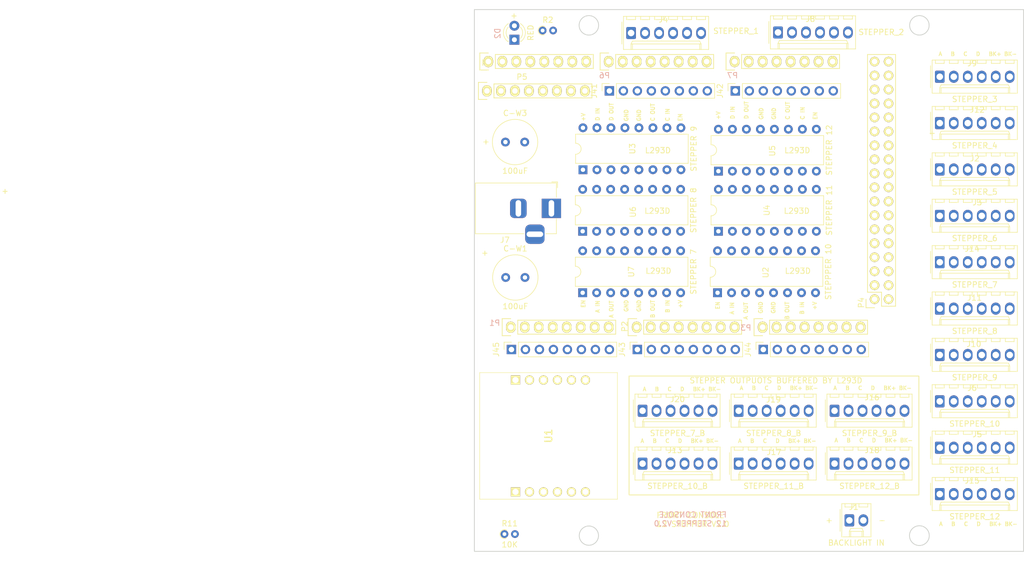
<source format=kicad_pcb>
(kicad_pcb (version 20221018) (generator pcbnew)
  (title_block (date "mar. 31 mars 2015"))
  (layers (0 "F.Cu" signal) (31 "B.Cu" signal) (34 "B.Paste" user) (35 "F.Paste" user) (36 "B.SilkS" user "B.Silkscreen") (37 "F.SilkS" user "F.Silkscreen") (38 "B.Mask" user) (39 "F.Mask" user) (44 "Edge.Cuts" user))
  (net 0 "")
  (net 1 "Net-(D2-A)")
  (net 2 "GND")
  (net 3 "STEP_V+")
  (net 4 "+5VL")
  (net 5 "/STEPPER_4_C")
  (net 6 "/STEPPER_4_A")
  (net 8 "/*7")
  (net 9 "/IOREF")
  (net 10 "/Reset")
  (net 11 "+3V3")
  (net 12 "/*11")
  (net 13 "/*12")
  (net 14 "/*13")
  (net 15 "/*3")
  (net 16 "/*4")
  (net 17 "/*5")
  (net 18 "/*6")
  (net 19 "/A0")
  (net 20 "/RX0{slash}0")
  (net 21 "/*2")
  (net 22 "/RX2{slash}17")
  (net 23 "/RX3{slash}15")
  (net 24 "/SCL{slash}21")
  (net 25 "/SDA{slash}20")
  (net 26 "/RX1{slash}19")
  (net 27 "SCLK")
  (net 28 "ES1_RST")
  (net 29 "Net-(P4-Pin_35)")
  (net 30 "/A1")
  (net 31 "MISO")
  (net 32 "MOSI")
  (net 33 "/A2")
  (net 34 "/A3")
  (net 35 "Net-(U1-INT)")
  (net 37 "/STEPPER_5_A")
  (net 38 "BACKLIGHT_LED+")
  (net 39 "BACKLIGHT_LED-")
  (net 40 "STPPER_6_D")
  (net 41 "STPPER_6_C")
  (net 42 "/AREF")
  (net 43 "/*9")
  (net 44 "/*8")
  (net 45 "/A4")
  (net 46 "/A5")
  (net 47 "SS")
  (net 48 "/A6")
  (net 49 "/A7")
  (net 50 "/A8")
  (net 51 "/A9")
  (net 52 "/A10")
  (net 53 "/A11")
  (net 54 "/A12")
  (net 55 "/A13")
  (net 56 "STPPER_6_B")
  (net 57 "STPPER_6_A")
  (net 58 "STPPER_11_A")
  (net 59 "STPPER_11_B")
  (net 60 "STPPER_11_C")
  (net 61 "STPPER_11_D")
  (net 62 "STPPER_10_A")
  (net 63 "STPPER_10_B")
  (net 64 "STPPER_10_C")
  (net 65 "STPPER_10_D")
  (net 66 "STPPER_9_A")
  (net 67 "STPPER_9_B")
  (net 68 "STPPER_9_C")
  (net 69 "STPPER_9_D")
  (net 70 "STPPER_8_D")
  (net 71 "STPPER_8_C")
  (net 72 "STPPER_8_B")
  (net 73 "STPPER_8_A")
  (net 74 "STPPER_7_D")
  (net 75 "STPPER_7_C")
  (net 76 "STPPER_7_B")
  (net 77 "STPPER_7_A")
  (net 78 "STPPER_12_A")
  (net 79 "STPPER_12_B")
  (net 80 "STPPER_12_D")
  (net 81 "STPPER_12_C")
  (net 82 "/A14")
  (net 83 "/A15")
  (net 85 "VCC")
  (net 86 "Net-(J13-Pin_1)")
  (net 87 "Net-(J13-Pin_2)")
  (net 88 "Net-(J13-Pin_3)")
  (net 89 "Net-(J13-Pin_4)")
  (net 90 "Net-(J16-Pin_1)")
  (net 91 "Net-(J16-Pin_2)")
  (net 92 "Net-(J16-Pin_3)")
  (net 93 "Net-(J16-Pin_4)")
  (net 94 "Net-(J17-Pin_1)")
  (net 95 "Net-(J17-Pin_2)")
  (net 96 "Net-(J17-Pin_3)")
  (net 97 "Net-(J17-Pin_4)")
  (net 98 "Net-(J18-Pin_1)")
  (net 99 "Net-(J18-Pin_2)")
  (net 100 "Net-(J18-Pin_3)")
  (net 101 "Net-(J18-Pin_4)")
  (net 102 "Net-(J19-Pin_1)")
  (net 103 "Net-(J19-Pin_2)")
  (net 104 "Net-(J19-Pin_3)")
  (net 105 "Net-(J19-Pin_4)")
  (net 106 "Net-(J20-Pin_1)")
  (net 107 "Net-(J20-Pin_2)")
  (net 108 "Net-(J20-Pin_3)")
  (net 109 "Net-(J20-Pin_4)")
  (net 110 "/TX0{slash}1")
  (footprint "Socket_Arduino_Mega:Socket_Strip_Arduino_2x18" (layer "F.Cu") (at 197.358 114.046 90)
    (fp_text reference "P4" (at -0.635 -2.413 90) (layer "F.SilkS"))
    (fp_text value "Digital" hide)
    (pad "1" thru_hole circle locked (at 0 0 90) (size 1.7272 1.7272) (drill 1.016) (layers "*.Cu" "*.Mask" "F.SilkS") (net 2 "GND"))
    (pad "2" thru_hole oval locked (at 0 2.54 90) (size 1.7272 1.7272) (drill 1.016) (layers "*.Cu" "*.Mask" "F.SilkS") (net 2 "GND"))
    (pad "3" thru_hole oval locked (at 2.54 0 90) (size 1.7272 1.7272) (drill 1.016) (layers "*.Cu" "*.Mask" "F.SilkS") (net 27 "SCLK"))
    (pad "4" thru_hole oval locked (at 2.54 2.54 90) (size 1.7272 1.7272) (drill 1.016) (layers "*.Cu" "*.Mask" "F.SilkS") (net 28 "ES1_RST"))
    (pad "5" thru_hole oval locked (at 5.08 0 90) (size 1.7272 1.7272) (drill 1.016) (layers "*.Cu" "*.Mask" "F.SilkS") (net 31 "MISO"))
    (pad "6" thru_hole oval locked (at 5.08 2.54 90) (size 1.7272 1.7272) (drill 1.016) (layers "*.Cu" "*.Mask" "F.SilkS") (net 32 "MOSI"))
    (pad "7" thru_hole oval locked (at 7.62 0 90) (size 1.7272 1.7272) (drill 1.016) (layers "*.Cu" "*.Mask" "F.SilkS") (net 80 "STPPER_12_D"))
    (pad "8" thru_hole oval locked (at 7.62 2.54 90) (size 1.7272 1.7272) (drill 1.016) (layers "*.Cu" "*.Mask" "F.SilkS") (net 79 "STPPER_12_B"))
    (pad "9" thru_hole oval locked (at 10.16 0 90) (size 1.7272 1.7272) (drill 1.016) (layers "*.Cu" "*.Mask" "F.SilkS") (net 81 "STPPER_12_C"))
    (pad "10" thru_hole oval locked (at 10.16 2.54 90) (size 1.7272 1.7272) (drill 1.016) (layers "*.Cu" "*.Mask" "F.SilkS") (net 78 "STPPER_12_A"))
    (pad "11" thru_hole oval locked (at 12.7 0 90) (size 1.7272 1.7272) (drill 1.016) (layers "*.Cu" "*.Mask" "F.SilkS") (net 70 "STPPER_8_D"))
    (pad "12" thru_hole oval locked (at 12.7 2.54 90) (size 1.7272 1.7272) (drill 1.016) (layers "*.Cu" "*.Mask" "F.SilkS") (net 61 "STPPER_11_D"))
    (pad "13" thru_hole oval locked (at 15.24 0 90) (size 1.7272 1.7272) (drill 1.016) (layers "*.Cu" "*.Mask" "F.SilkS") (net 71 "STPPER_8_C"))
    (pad "14" thru_hole oval locked (at 15.24 2.54 90) (size 1.7272 1.7272) (drill 1.016) (layers "*.Cu" "*.Mask" "F.SilkS") (net 60 "STPPER_11_C"))
    (pad "15" thru_hole oval locked (at 17.78 0 90) (size 1.7272 1.7272) (drill 1.016) (layers "*.Cu" "*.Mask" "F.SilkS") (net 72 "STPPER_8_B"))
    (pad "16" thru_hole oval locked (at 17.78 2.54 90) (size 1.7272 1.7272) (drill 1.016) (layers "*.Cu" "*.Mask" "F.SilkS") (net 59 "STPPER_11_B"))
    (pad "17" thru_hole oval locked (at 20.32 0 90) (size 1.7272 1.7272) (drill 1.016) (layers "*.Cu" "*.Mask" "F.SilkS") (net 73 "STPPER_8_A"))
    (pad "18" thru_hole oval locked (at 20.32 2.54 90) (size 1.7272 1.7272) (drill 1.016) (layers "*.Cu" "*.Mask" "F.SilkS") (net 58 "STPPER_11_A"))
    (pad "19" thru_hole oval locked (at 22.86 0 90) (size 1.7272 1.7272) (drill 1.016) (layers "*.Cu" "*.Mask" "F.SilkS") (net 74 "STPPER_7_D"))
    (pad "20" thru_hole oval locked (at 22.86 2.54 90) (size 1.7272 1.7272) (drill 1.016) (layers "*.Cu" "*.Mask" "F.SilkS") (net 65 "STPPER_10_D"))
    (pad "21" thru_hole oval locked (at 25.4 0 90) (size 1.7272 1.7272) (drill 1.016) (layers "*.Cu" "*.Mask" "F.SilkS") (net 75 "STPPER_7_C"))
    (pad "22" thru_hole oval locked (at 25.4 2.54 90) (size 1.7272 1.7272) (drill 1.016) (layers "*.Cu" "*.Mask" "F.SilkS") (net 64 "STPPER_10_C"))
    (pad "23" thru_hole oval locked (at 27.94 0 90) (size 1.7272 1.7272) (drill 1.016) (layers "*.Cu" "*.Mask" "F.SilkS") (net 76 "STPPER_7_B"))
    (pad "24" thru_hole oval locked (at 27.94 2.54 90) (size 1.7272 1.7272) (drill 1.016) (layers "*.Cu" "*.Mask" "F.SilkS") (net 63 "STPPER_10_B"))
    (pad "25" thru_hole oval locked (at 30.48 0 90) (size 1.7272 1.7272) (drill 1.016) (layers "*.Cu" "*.Mask" "F.SilkS") (net 77 "STPPER_7_A"))
    (pad "26" thru_hole oval locked (at 30.48 2.54 90) (size 1.7272 1.7272) (drill 1.016) (layers "*.Cu" "*.Mask" "F.SilkS") (net 62 "STPPER_10_A"))
    (pad "27" thru_hole oval locked (at 33.02 0 90) (size 1.7272 1.7272) (drill 1.016) (layers "*.Cu" "*.Mask" "F.SilkS") (net 40 "STPPER_6_D"))
    (pad "28" thru_hole oval locked (at 33.02 2.54 90) (size 1.7272 1.7272) (drill 1.016) (layers "*.Cu" "*.Mask" "F.SilkS") (net 69 "STPPER_9_D"))
    (pad "29" thru_hole oval locked (at 35.56 0 90) (size 1.7272 1.7272) (drill 1.016) (layers "*.Cu" "*.Mask" "F.SilkS") (net 41 "STPPER_6_C"))
    (pad "30" thru_hole oval locked (at 35.56 2.54 90) (size 1.7272 1.7272) (drill 1.016) (layers "*.Cu" "*.Mask" "F.SilkS") (net 68 "STPPER_9_C"))
    (pad "31" thru_hole oval locked (at 38.1 0 90) (size 1.7272 1.7272) (drill 1.016) (layers "*.Cu" "*.Mask" "F.SilkS") (net 56 "STPPER_6_B"))
    (pad "32" thru_hole oval locked (at 38.1 2.54 90) (size 1.7272 1.7272) (drill 1.016) (layers "*.Cu" "*.Mask" "F.SilkS") (net 67 "STPPER_9_B"))
    (pad "33" thru_hole oval locked (at 40.64 0 90) (size 1.7272 1.7272) (drill 1.016) (layers "*.Cu" "*.Mask" "F.SilkS") (net 57 "STPPER_6_A"))
    (pad "34" thru_hole oval locked (at 40.64 2.54 90) (size 1.7272 1.7272) (drill 1.016) (layers "*.Cu" "*.Mask" "F.SilkS") (net 66 "STPPER_9_A"))
    (pad "35" thru_hole oval locked (at 43.18 0 90) (size 1.7272 1.7272) (drill 1.016) (layers "*.Cu" "*.Mask" "F.SilkS") (net 29 "Net-(P4-Pin_35)"))
    (pad "36" thru_hole oval locked (at 43.18 2.54 90) (size 1.7272 1.7272) (drill 1.016) (layers "*.Cu" "*.Mask" "F.SilkS") (net 29 "Net-(P4-Pin_35)"))
  )
  (footprint "Socket_Arduino_Mega:Socket_Strip_Arduino_1x08" (layer "F.Cu") (at 131.318 119.126)
    (fp_text reference "P1" (at -2.921 -0.762) (layer "B.SilkS") (effects (justify mirror)))
    (fp_text value "Power")
    (pad "1" thru_hole oval locked (at 0 0) (size 1.7272 2.032) (drill 1.016) (layers "*.Cu" "*.Mask" "F.SilkS"))
    (pad "2" thru_hole oval locked (at 2.54 0) (size 1.7272 2.032) (drill 1.016) (layers "*.Cu" "*.Mask" "F.SilkS") (net 9 "/IOREF"))
    (pad "3" thru_hole oval locked (at 5.08 0) (size 1.7272 2.032) (drill 1.016) (layers "*.Cu" "*.Mask" "F.SilkS") (net 10 "/Reset"))
    (pad "4" thru_hole oval locked (at 7.62 0) (size 1.7272 2.032) (drill 1.016) (layers "*.Cu" "*.Mask" "F.SilkS") (net 11 "+3V3"))
    (pad "5" thru_hole oval locked (at 10.16 0) (size 1.7272 2.032) (drill 1.016) (layers "*.Cu" "*.Mask" "F.SilkS") (net 4 "+5VL"))
    (pad "6" thru_hole oval locked (at 12.7 0) (size 1.7272 2.032) (drill 1.016) (layers "*.Cu" "*.Mask" "F.SilkS") (net 2 "GND"))
    (pad "7" thru_hole oval locked (at 15.24 0) (size 1.7272 2.032) (drill 1.016) (layers "*.Cu" "*.Mask" "F.SilkS") (net 2 "GND"))
    (pad "8" thru_hole oval locked (at 17.78 0) (size 1.7272 2.032) (drill 1.016) (layers "*.Cu" "*.Mask" "F.SilkS") (net 85 "VCC"))
  )
  (footprint "Socket_Arduino_Mega:Socket_Strip_Arduino_1x08" (layer "F.Cu") (at 177.038 119.126)
    (fp_text reference "P3" (at -3.048 0.127) (layer "B.SilkS") (effects (justify mirror)))
    (fp_text value "Analog")
    (pad "1" thru_hole oval locked (at 0 0) (size 1.7272 2.032) (drill 1.016) (layers "*.Cu" "*.Mask" "F.SilkS") (net 50 "/A8"))
    (pad "2" thru_hole oval locked (at 2.54 0) (size 1.7272 2.032) (drill 1.016) (layers "*.Cu" "*.Mask" "F.SilkS") (net 51 "/A9"))
    (pad "3" thru_hole oval locked (at 5.08 0) (size 1.7272 2.032) (drill 1.016) (layers "*.Cu" "*.Mask" "F.SilkS") (net 52 "/A10"))
    (pad "4" thru_hole oval locked (at 7.62 0) (size 1.7272 2.032) (drill 1.016) (layers "*.Cu" "*.Mask" "F.SilkS") (net 53 "/A11"))
    (pad "5" thru_hole oval locked (at 10.16 0) (size 1.7272 2.032) (drill 1.016) (layers "*.Cu" "*.Mask" "F.SilkS") (net 54 "/A12"))
    (pad "6" thru_hole oval locked (at 12.7 0) (size 1.7272 2.032) (drill 1.016) (layers "*.Cu" "*.Mask" "F.SilkS") (net 55 "/A13"))
    (pad "7" thru_hole oval locked (at 15.24 0) (size 1.7272 2.032) (drill 1.016) (layers "*.Cu" "*.Mask" "F.SilkS") (net 82 "/A14"))
    (pad "8" thru_hole oval locked (at 17.78 0) (size 1.7272 2.032) (drill 1.016) (layers "*.Cu" "*.Mask" "F.SilkS") (net 83 "/A15"))
  )
  (footprint "Socket_Arduino_Mega:Socket_Strip_Arduino_1x08" (layer "F.Cu") (at 127.254 70.866)
    (fp_text reference "P5" (at 6.096 2.794) (layer "F.SilkS"))
    (fp_text value "PWM")
    (pad "1" thru_hole oval locked (at 0 0) (size 1.7272 2.032) (drill 1.016) (layers "*.Cu" "*.Mask" "F.SilkS") (net 42 "/AREF"))
    (pad "2" thru_hole oval locked (at 2.54 0) (size 1.7272 2.032) (drill 1.016) (layers "*.Cu" "*.Mask" "F.SilkS") (net 2 "GND"))
    (pad "3" thru_hole oval locked (at 5.08 0) (size 1.7272 2.032) (drill 1.016) (layers "*.Cu" "*.Mask" "F.SilkS") (net 14 "/*13"))
    (pad "4" thru_hole oval locked (at 7.62 0) (size 1.7272 2.032) (drill 1.016) (layers "*.Cu" "*.Mask" "F.SilkS") (net 13 "/*12"))
    (pad "5" thru_hole oval locked (at 10.16 0) (size 1.7272 2.032) (drill 1.016) (layers "*.Cu" "*.Mask" "F.SilkS") (net 12 "/*11"))
    (pad "6" thru_hole oval locked (at 12.7 0) (size 1.7272 2.032) (drill 1.016) (layers "*.Cu" "*.Mask" "F.SilkS") (net 47 "SS"))
    (pad "7" thru_hole oval locked (at 15.24 0) (size 1.7272 2.032) (drill 1.016) (layers "*.Cu" "*.Mask" "F.SilkS") (net 43 "/*9"))
    (pad "8" thru_hole oval locked (at 17.78 0) (size 1.7272 2.032) (drill 1.016) (layers "*.Cu" "*.Mask" "F.SilkS") (net 44 "/*8"))
  )
  (footprint "Socket_Arduino_Mega:Socket_Strip_Arduino_1x08" (layer "F.Cu") (at 149.098 70.866)
    (fp_text reference "P6" (at -0.762 2.54) (layer "B.SilkS") (effects (justify mirror)))
    (fp_text value "PWM")
    (pad "1" thru_hole oval locked (at 0 0) (size 1.7272 2.032) (drill 1.016) (layers "*.Cu" "*.Mask" "F.SilkS") (net 8 "/*7"))
    (pad "2" thru_hole oval locked (at 2.54 0) (size 1.7272 2.032) (drill 1.016) (layers "*.Cu" "*.Mask" "F.SilkS") (net 18 "/*6"))
    (pad "3" thru_hole oval locked (at 5.08 0) (size 1.7272 2.032) (drill 1.016) (layers "*.Cu" "*.Mask" "F.SilkS") (net 17 "/*5"))
    (pad "4" thru_hole oval locked (at 7.62 0) (size 1.7272 2.032) (drill 1.016) (layers "*.Cu" "*.Mask" "F.SilkS") (net 16 "/*4"))
    (pad "5" thru_hole oval locked (at 10.16 0) (size 1.7272 2.032) (drill 1.016) (layers "*.Cu" "*.Mask" "F.SilkS") (net 15 "/*3"))
    (pad "6" thru_hole oval locked (at 12.7 0) (size 1.7272 2.032) (drill 1.016) (layers "*.Cu" "*.Mask" "F.SilkS") (net 21 "/*2"))
    (pad "7" thru_hole oval locked (at 15.24 0) (size 1.7272 2.032) (drill 1.016) (layers "*.Cu" "*.Mask" "F.SilkS") (net 110 "/TX0{slash}1"))
    (pad "8" thru_hole oval locked (at 17.78 0) (size 1.7272 2.032) (drill 1.016) (layers "*.Cu" "*.Mask" "F.SilkS") (net 20 "/RX0{slash}0"))
  )
  (footprint "Socket_Arduino_Mega:Socket_Strip_Arduino_1x08" (layer "F.Cu") (at 171.958 70.866)
    (fp_text reference "P7" (at -0.381 2.54) (layer "B.SilkS") (effects (justify mirror)))
    (fp_text value "Communication")
    (pad "1" thru_hole oval locked (at 0 0) (size 1.7272 2.032) (drill 1.016) (layers "*.Cu" "*.Mask" "F.SilkS") (net 6 "/STEPPER_4_A"))
    (pad "2" thru_hole oval locked (at 2.54 0) (size 1.7272 2.032) (drill 1.016) (layers "*.Cu" "*.Mask" "F.SilkS") (net 23 "/RX3{slash}15"))
    (pad "3" thru_hole oval locked (at 5.08 0) (size 1.7272 2.032) (drill 1.016) (layers "*.Cu" "*.Mask" "F.SilkS") (net 5 "/STEPPER_4_C"))
    (pad "4" thru_hole oval locked (at 7.62 0) (size 1.7272 2.032) (drill 1.016) (layers "*.Cu" "*.Mask" "F.SilkS") (net 22 "/RX2{slash}17"))
    (pad "5" thru_hole oval locked (at 10.16 0) (size 1.7272 2.032) (drill 1.016) (layers "*.Cu" "*.Mask" "F.SilkS") (net 37 "/STEPPER_5_A"))
    (pad "6" thru_hole oval locked (at 12.7 0) (size 1.7272 2.032) (drill 1.016) (layers "*.Cu" "*.Mask" "F.SilkS") (net 26 "/RX1{slash}19"))
    (pad "7" thru_hole oval locked (at 15.24 0) (size 1.7272 2.032) (drill 1.016) (layers "*.Cu" "*.Mask" "F.SilkS") (net 25 "/SDA{slash}20"))
    (pad "8" thru_hole oval locked (at 17.78 0) (size 1.7272 2.032) (drill 1.016) (layers "*.Cu" "*.Mask" "F.SilkS") (net 24 "/SCL{slash}21"))
  )
  (footprint "LED_THT:LED_D3.0mm" (layer "F.Cu") (at 131.9784 66.9036 90)
    (fp_text reference "D2" (at 1.148 -3.048 90) (layer "B.SilkS") (effects (justify mirror)))
    (fp_text value "RED" (at 1.27 2.96 90) (layer "F.SilkS"))
    (pad "1" thru_hole rect (at 0 0 90) (size 1.8 1.8) (drill 0.9) (layers "*.Cu" "*.Mask") (net 2 "GND"))
    (pad "2" thru_hole circle (at 2.54 0 90) (size 1.8 1.8) (drill 0.9) (layers "*.Cu" "*.Mask") (net 1 "Net-(D2-A)"))
  )
  (footprint "Connector_Molex:Molex_KK-254_AE-6410-06A_1x06_P2.54mm_Vertical" (layer "F.Cu") (at 153.162 65.6844)
    (fp_text reference "J4" (at 5.88 -2.43) (layer "F.SilkS"))
    (fp_text value "STEPPER_1" (at 19.05 -0.3556) (layer "F.SilkS"))
    (pad "1" thru_hole roundrect (at 0 0) (size 1.74 2.19) (drill 1.19) (layers "*.Cu" "*.Mask") (roundrect_rratio 0.1436781609) (net 14 "/*13"))
    (pad "2" thru_hole oval (at 2.54 0) (size 1.74 2.19) (drill 1.19) (layers "*.Cu" "*.Mask") (net 13 "/*12"))
    (pad "3" thru_hole oval (at 5.08 0) (size 1.74 2.19) (drill 1.19) (layers "*.Cu" "*.Mask") (net 12 "/*11"))
    (pad "4" thru_hole oval (at 7.62 0) (size 1.74 2.19) (drill 1.19) (layers "*.Cu" "*.Mask") (net 43 "/*9"))
    (pad "5" thru_hole oval (at 10.16 0) (size 1.74 2.19) (drill 1.19) (layers "*.Cu" "*.Mask") (net 38 "BACKLIGHT_LED+"))
    (pad "6" thru_hole oval (at 12.7 0) (size 1.74 2.19) (drill 1.19) (layers "*.Cu" "*.Mask") (net 39 "BACKLIGHT_LED-"))
  )
  (footprint "Connector_PinSocket_2.54mm:PinSocket_1x08_P2.54mm_Vertical" (layer "F.Cu") (at 172.085 76.2 90)
    (fp_text reference "J42" (at 0 -2.77 90) (layer "F.SilkS"))
    (fp_text value "Communication")
    (pad "1" thru_hole rect (at 0 0 90) (size 1.7 1.7) (drill 1) (layers "*.Cu" "*.Mask") (net 6 "/STEPPER_4_A"))
    (pad "2" thru_hole oval (at 0 2.54 90) (size 1.7 1.7) (drill 1) (layers "*.Cu" "*.Mask") (net 23 "/RX3{slash}15"))
    (pad "3" thru_hole oval (at 0 5.08 90) (size 1.7 1.7) (drill 1) (layers "*.Cu" "*.Mask") (net 5 "/STEPPER_4_C"))
    (pad "4" thru_hole oval (at 0 7.62 90) (size 1.7 1.7) (drill 1) (layers "*.Cu" "*.Mask") (net 22 "/RX2{slash}17"))
    (pad "5" thru_hole oval (at 0 10.16 90) (size 1.7 1.7) (drill 1) (layers "*.Cu" "*.Mask") (net 37 "/STEPPER_5_A"))
    (pad "6" thru_hole oval (at 0 12.7 90) (size 1.7 1.7) (drill 1) (layers "*.Cu" "*.Mask") (net 26 "/RX1{slash}19"))
    (pad "7" thru_hole oval (at 0 15.24 90) (size 1.7 1.7) (drill 1) (layers "*.Cu" "*.Mask") (net 25 "/SDA{slash}20"))
    (pad "8" thru_hole oval (at 0 17.78 90) (size 1.7 1.7) (drill 1) (layers "*.Cu" "*.Mask") (net 24 "/SCL{slash}21"))
  )
  (footprint "Connector_Molex:Molex_KK-254_AE-6410-06A_1x06_P2.54mm_Vertical" (layer "F.Cu") (at 209.1944 115.7539)
    (fp_text reference "J11" (at 6.3056 -1.953865) (layer "F.SilkS"))
    (fp_text value "STEPPER_8" (at 6.35 4.08) (layer "F.SilkS"))
    (pad "1" thru_hole roundrect (at 0 0) (size 1.74 2.19) (drill 1.19) (layers "*.Cu" "*.Mask") (roundrect_rratio 0.1436781609) (net 73 "STPPER_8_A"))
    (pad "2" thru_hole oval (at 2.54 0) (size 1.74 2.19) (drill 1.19) (layers "*.Cu" "*.Mask") (net 72 "STPPER_8_B"))
    (pad "3" thru_hole oval (at 5.08 0) (size 1.74 2.19) (drill 1.19) (layers "*.Cu" "*.Mask") (net 71 "STPPER_8_C"))
    (pad "4" thru_hole oval (at 7.62 0) (size 1.74 2.19) (drill 1.19) (layers "*.Cu" "*.Mask") (net 70 "STPPER_8_D"))
    (pad "5" thru_hole oval (at 10.16 0) (size 1.74 2.19) (drill 1.19) (layers "*.Cu" "*.Mask") (net 38 "BACKLIGHT_LED+"))
    (pad "6" thru_hole oval (at 12.7 0) (size 1.74 2.19) (drill 1.19) (layers "*.Cu" "*.Mask") (net 39 "BACKLIGHT_LED-"))
  )
  (footprint "Connector_Molex:Molex_KK-254_AE-6410-06A_1x06_P2.54mm_Vertical" (layer "F.Cu") (at 209.1944 98.904)
    (fp_text reference "J3" (at 6.82 -2.43) (layer "F.SilkS"))
    (fp_text value "STEPPER_6" (at 6.35 4.08) (layer "F.SilkS"))
    (pad "1" thru_hole roundrect (at 0 0) (size 1.74 2.19) (drill 1.19) (layers "*.Cu" "*.Mask") (roundrect_rratio 0.1436781609) (net 40 "STPPER_6_D"))
    (pad "2" thru_hole oval (at 2.54 0) (size 1.74 2.19) (drill 1.19) (layers "*.Cu" "*.Mask") (net 41 "STPPER_6_C"))
    (pad "3" thru_hole oval (at 5.08 0) (size 1.74 2.19) (drill 1.19) (layers "*.Cu" "*.Mask") (net 56 "STPPER_6_B"))
    (pad "4" thru_hole oval (at 7.62 0) (size 1.74 2.19) (drill 1.19) (layers "*.Cu" "*.Mask") (net 57 "STPPER_6_A"))
    (pad "5" thru_hole oval (at 10.16 0) (size 1.74 2.19) (drill 1.19) (layers "*.Cu" "*.Mask") (net 38 "BACKLIGHT_LED+"))
    (pad "6" thru_hole oval (at 12.7 0) (size 1.74 2.19) (drill 1.19) (layers "*.Cu" "*.Mask") (net 39 "BACKLIGHT_LED-"))
  )
  (footprint "Connector_PinSocket_2.54mm:PinSocket_1x08_P2.54mm_Vertical" (layer "F.Cu") (at 149.225 76.2 90)
    (fp_text reference "J41" (at 0 -2.77 90) (layer "F.SilkS"))
    (fp_text value "PWM")
    (pad "1" thru_hole rect (at 0 0 90) (size 1.7 1.7) (drill 1) (layers "*.Cu" "*.Mask") (net 8 "/*7"))
    (pad "2" thru_hole oval (at 0 2.54 90) (size 1.7 1.7) (drill 1) (layers "*.Cu" "*.Mask") (net 18 "/*6"))
    (pad "3" thru_hole oval (at 0 5.08 90) (size 1.7 1.7) (drill 1) (layers "*.Cu" "*.Mask") (net 17 "/*5"))
    (pad "4" thru_hole oval (at 0 7.62 90) (size 1.7 1.7) (drill 1) (layers "*.Cu" "*.Mask") (net 16 "/*4"))
    (pad "5" thru_hole oval (at 0 10.16 90) (size 1.7 1.7) (drill 1) (layers "*.Cu" "*.Mask") (net 15 "/*3"))
    (pad "6" thru_hole oval (at 0 12.7 90) (size 1.7 1.7) (drill 1) (layers "*.Cu" "*.Mask") (net 21 "/*2"))
    (pad "7" thru_hole oval (at 0 15.24 90) (size 1.7 1.7) (drill 1) (layers "*.Cu" "*.Mask") (net 110 "/TX0{slash}1"))
    (pad "8" thru_hole oval (at 0 17.78 90) (size 1.7 1.7) (drill 1) (layers "*.Cu" "*.Mask") (net 20 "/RX0{slash}0"))
  )
  (footprint "Package_DIP:DIP-16_W7.62mm" (layer "F.Cu") (at 144.3736 112.8776 90)
    (fp_text reference "U7" (at 3.81 8.8264 90) (layer "F.SilkS"))
    (fp_text value "STEPPER 7" (at 3.81 20.11 90) (layer "F.SilkS"))
    (pad "1" thru_hole rect (at 0 0 90) (size 1.6 1.6) (drill 0.8) (layers "*.Cu" "*.Mask") (net 4 "+5VL"))
    (pad "2" thru_hole oval (at 0 2.54 90) (size 1.6 1.6) (drill 0.8) (layers "*.Cu" "*.Mask") (net 77 "STPPER_7_A"))
    (pad "3" thru_hole oval (at 0 5.08 90) (size 1.6 1.6) (drill 0.8) (layers "*.Cu" "*.Mask") (net 106 "Net-(J20-Pin_1)"))
    (pad "4" thru_hole oval (at 0 7.62 90) (size 1.6 1.6) (drill 0.8) (layers "*.Cu" "*.Mask") (net 2 "GND"))
    (pad "5" thru_hole oval (at 0 10.16 90) (size 1.6 1.6) (drill 0.8) (layers "*.Cu" "*.Mask") (net 2 "GND"))
    (pad "6" thru_hole oval (at 0 12.7 90) (size 1.6 1.6) (drill 0.8) (layers "*.Cu" "*.Mask") (net 107 "Net-(J20-Pin_2)"))
    (pad "7" thru_hole oval (at 0 15.24 90) (size 1.6 1.6) (drill 0.8) (layers "*.Cu" "*.Mask") (net 76 "STPPER_7_B"))
    (pad "8" thru_hole oval (at 0 17.78 90) (size 1.6 1.6) (drill 0.8) (layers "*.Cu" "*.Mask") (net 3 "STEP_V+"))
    (pad "9" thru_hole oval (at 7.62 17.78 90) (size 1.6 1.6) (drill 0.8) (layers "*.Cu" "*.Mask") (net 4 "+5VL"))
    (pad "10" thru_hole oval (at 7.62 15.24 90) (size 1.6 1.6) (drill 0.8) (layers "*.Cu" "*.Mask") (net 75 "STPPER_7_C"))
    (pad "11" thru_hole oval (at 7.62 12.7 90) (size 1.6 1.6) (drill 0.8) (layers "*.Cu" "*.Mask") (net 108 "Net-(J20-Pin_3)"))
    (pad "12" thru_hole oval (at 7.62 10.16 90) (size 1.6 1.6) (drill 0.8) (layers "*.Cu" "*.Mask") (net 2 "GND"))
    (pad "13" thru_hole oval (at 7.62 7.62 90) (size 1.6 1.6) (drill 0.8) (layers "*.Cu" "*.Mask") (net 2 "GND"))
    (pad "14" thru_hole oval (at 7.62 5.08 90) (size 1.6 1.6) (drill 0.8) (layers "*.Cu" "*.Mask") (net 109 "Net-(J20-Pin_4)"))
    (pad "15" thru_hole oval (at 7.62 2.54 90) (size 1.6 1.6) (drill 0.8) (layers "*.Cu" "*.Mask") (net 74 "STPPER_7_D"))
    (pad "16" thru_hole oval (at 7.62 0 90) (size 1.6 1.6) (drill 0.8) (layers "*.Cu" "*.Mask") (net 3 "STEP_V+"))
  )
  (footprint "Connector_BarrelJack:BarrelJack_Horizontal" (layer "F.Cu") (at 138.7 97.5425)
    (fp_text reference "J7" (at -8.45 5.75) (layer "F.SilkS"))
    (fp_text value "STEPPER 5V")
    (pad "1" thru_hole rect (at 0 0) (size 3.5 3.5) (drill oval 1 3) (layers "*.Cu" "*.Mask") (net 3 "STEP_V+"))
    (pad "2" thru_hole roundrect (at -6 0) (size 3 3.5) (drill oval 1 3) (layers "*.Cu" "*.Mask") (net 2 "GND"))
    (pad "3" thru_hole roundrect (at -3 4.7) (size 3.5 3.5) (drill oval 3 1) (layers "*.Cu" "*.Mask"))
  )
  (footprint "Connector_Molex:Molex_KK-254_AE-6410-06A_1x06_P2.54mm_Vertical" (layer "F.Cu") (at 172.6946 143.9164)
    (fp_text reference "J17" (at 6.4262 -2.0828) (layer "F.SilkS"))
    (fp_text value "STEPPER_11_B" (at 6.35 4.08) (layer "F.SilkS"))
    (pad "1" thru_hole roundrect (at 0 0) (size 1.74 2.19) (drill 1.19) (layers "*.Cu" "*.Mask") (roundrect_rratio 0.1436781609) (net 94 "Net-(J17-Pin_1)"))
    (pad "2" thru_hole oval (at 2.54 0) (size 1.74 2.19) (drill 1.19) (layers "*.Cu" "*.Mask") (net 95 "Net-(J17-Pin_2)"))
    (pad "3" thru_hole oval (at 5.08 0) (size 1.74 2.19) (drill 1.19) (layers "*.Cu" "*.Mask") (net 96 "Net-(J17-Pin_3)"))
    (pad "4" thru_hole oval (at 7.62 0) (size 1.74 2.19) (drill 1.19) (layers "*.Cu" "*.Mask") (net 97 "Net-(J17-Pin_4)"))
    (pad "5" thru_hole oval (at 10.16 0) (size 1.74 2.19) (drill 1.19) (layers "*.Cu" "*.Mask") (net 38 "BACKLIGHT_LED+"))
    (pad "6" thru_hole oval (at 12.7 0) (size 1.74 2.19) (drill 1.19) (layers "*.Cu" "*.Mask") (net 39 "BACKLIGHT_LED-"))
  )
  (footprint "Connector_PinSocket_2.54mm:PinSocket_1x08_P2.54mm_Vertical" (layer "F.Cu") (at 154.305 123.19 90)
    (fp_text reference "J43" (at 0 -2.77 90) (layer "F.SilkS"))
    (fp_text value "Analog")
    (pad "1" thru_hole rect (at 0 0 90) (size 1.7 1.7) (drill 1) (layers "*.Cu" "*.Mask") (net 19 "/A0"))
    (pad "2" thru_hole oval (at 0 2.54 90) (size 1.7 1.7) (drill 1) (layers "*.Cu" "*.Mask") (net 30 "/A1"))
    (pad "3" thru_hole oval (at 0 5.08 90) (size 1.7 1.7) (drill 1) (layers "*.Cu" "*.Mask") (net 33 "/A2"))
    (pad "4" thru_hole oval (at 0 7.62 90) (size 1.7 1.7) (drill 1) (layers "*.Cu" "*.Mask") (net 34 "/A3"))
    (pad "5" thru_hole oval (at 0 10.16 90) (size 1.7 1.7) (drill 1) (layers "*.Cu" "*.Mask") (net 45 "/A4"))
    (pad "6" thru_hole oval (at 0 12.7 90) (size 1.7 1.7) (drill 1) (layers "*.Cu" "*.Mask") (net 46 "/A5"))
    (pad "7" thru_hole oval (at 0 15.24 90) (size 1.7 1.7) (drill 1) (layers "*.Cu" "*.Mask") (net 48 "/A6"))
    (pad "8" thru_hole oval (at 0 17.78 90) (size 1.7 1.7) (drill 1) (layers "*.Cu" "*.Mask") (net 49 "/A7"))
  )
  (footprint "Connector_Molex:Molex_KK-254_AE-6410-06A_1x06_P2.54mm_Vertical" (layer "F.Cu") (at 155.2448 143.9164)
    (fp_text reference "J13" (at 5.88 -2.43) (layer "F.SilkS"))
    (fp_text value "STEPPER_10_B" (at 6.35 4.08) (layer "F.SilkS"))
    (pad "1" thru_hole roundrect (at 0 0) (size 1.74 2.19) (drill 1.19) (layers "*.Cu" "*.Mask") (roundrect_rratio 0.1436781609) (net 86 "Net-(J13-Pin_1)"))
    (pad "2" thru_hole oval (at 2.54 0) (size 1.74 2.19) (drill 1.19) (layers "*.Cu" "*.Mask") (net 87 "Net-(J13-Pin_2)"))
    (pad "3" thru_hole oval (at 5.08 0) (size 1.74 2.19) (drill 1.19) (layers "*.Cu" "*.Mask") (net 88 "Net-(J13-Pin_3)"))
    (pad "4" thru_hole oval (at 7.62 0) (size 1.74 2.19) (drill 1.19) (layers "*.Cu" "*.Mask") (net 89 "Net-(J13-Pin_4)"))
    (pad "5" thru_hole oval (at 10.16 0) (size 1.74 2.19) (drill 1.19) (layers "*.Cu" "*.Mask") (net 38 "BACKLIGHT_LED+"))
    (pad "6" thru_hole oval (at 12.7 0) (size 1.74 2.19) (drill 1.19) (layers "*.Cu" "*.Mask") (net 39 "BACKLIGHT_LED-"))
  )
  (footprint "Connector_Molex:Molex_KK-254_AE-6410-06A_1x06_P2.54mm_Vertical" (layer "F.Cu") (at 155.2448 134.3152)
    (fp_text reference "J20" (at 6.35 -2.0828) (layer "F.SilkS"))
    (fp_text value "STEPPER_7_B" (at 6.35 4.08) (layer "F.SilkS"))
    (pad "1" thru_hole roundrect (at 0 0) (size 1.74 2.19) (drill 1.19) (layers "*.Cu" "*.Mask") (roundrect_rratio 0.1436781609) (net 106 "Net-(J20-Pin_1)"))
    (pad "2" thru_hole oval (at 2.54 0) (size 1.74 2.19) (drill 1.19) (layers "*.Cu" "*.Mask") (net 107 "Net-(J20-Pin_2)"))
    (pad "3" thru_hole oval (at 5.08 0) (size 1.74 2.19) (drill 1.19) (layers "*.Cu" "*.Mask") (net 108 "Net-(J20-Pin_3)"))
    (pad "4" thru_hole oval (at 7.62 0) (size 1.74 2.19) (drill 1.19) (layers "*.Cu" "*.Mask") (net 109 "Net-(J20-Pin_4)"))
    (pad "5" thru_hole oval (at 10.16 0) (size 1.74 2.19) (drill 1.19) (layers "*.Cu" "*.Mask") (net 38 "BACKLIGHT_LED+"))
    (pad "6" thru_hole oval (at 12.7 0) (size 1.74 2.19) (drill 1.19) (layers "*.Cu" "*.Mask") (net 39 "BACKLIGHT_LED-"))
  )
  (footprint "Resistor_THT:R_Axial_DIN0204_L3.6mm_D1.6mm_P1.90mm_Vertical" (layer "F.Cu") (at 137.1092 65.2272)
    (fp_text reference "R2" (at 0.95 -1.92) (layer "F.SilkS"))
    (fp_text value "330")
    (pad "1" thru_hole circle (at 0 0) (size 1.4 1.4) (drill 0.7) (layers "*.Cu" "*.Mask") (net 44 "/*8"))
    (pad "2" thru_hole oval (at 1.9 0) (size 1.4 1.4) (drill 0.7) (layers "*.Cu" "*.Mask") (net 1 "Net-(D2-A)"))
  )
  (footprint "Connector_Molex:Molex_KK-254_AE-6410-06A_1x06_P2.54mm_Vertical" (layer "F.Cu") (at 179.832 65.5828)
    (fp_text reference "J8" (at 5.88 -2.43) (layer "F.SilkS"))
    (fp_text value "STEPPER_2" (at 18.7452 -0.0508) (layer "F.SilkS"))
    (pad "1" thru_hole roundrect (at 0 0) (size 1.74 2.19) (drill 1.19) (layers "*.Cu" "*.Mask") (roundrect_rratio 0.1436781609) (net 8 "/*7"))
    (pad "2" thru_hole oval (at 2.54 0) (size 1.74 2.19) (drill 1.19) (layers "*.Cu" "*.Mask") (net 18 "/*6"))
    (pad "3" thru_hole oval (at 5.08 0) (size 1.74 2.19) (drill 1.19) (layers "*.Cu" "*.Mask") (net 17 "/*5"))
    (pad "4" thru_hole oval (at 7.62 0) (size 1.74 2.19) (drill 1.19) (layers "*.Cu" "*.Mask") (net 16 "/*4"))
    (pad "5" thru_hole oval (at 10.16 0) (size 1.74 2.19) (drill 1.19) (layers "*.Cu" "*.Mask") (net 38 "BACKLIGHT_LED+"))
    (pad "6" thru_hole oval (at 12.7 0) (size 1.74 2.19) (drill 1.19) (layers "*.Cu" "*.Mask") (net 39 "BACKLIGHT_LED-"))
  )
  (footprint "Capacitor_THT:C_Radial_D8.0mm_H7.0mm_P3.50mm" (layer "F.Cu") (at 130.4 110.1)
    (fp_text reference "C-W1" (at 1.75 -5.25) (layer "F.SilkS"))
    (fp_text value "100uF" (at 1.75 5.25) (layer "F.SilkS"))
    (pad "1" thru_hole circle (at 0 0) (size 1.6 1.6) (drill 0.8) (layers "*.Cu" "*.Mask") (net 4 "+5VL"))
    (pad "2" thru_hole circle (at 3.5 0) (size 1.6 1.6) (drill 0.8) (layers "*.Cu" "*.Mask") (net 2 "GND"))
  )
  (footprint "Package_DIP:DIP-16_W7.62mm" (layer "F.Cu") (at 168.8592 112.8776 90)
    (fp_text reference "U2" (at 3.6776 8.7408 90) (layer "F.SilkS"))
    (fp_text value "STEPPPER 10" (at 3.81 20.11 90) (layer "F.SilkS"))
    (pad "1" thru_hole rect (at 0 0 90) (size 1.6 1.6) (drill 0.8) (layers "*.Cu" "*.Mask") (net 4 "+5VL"))
    (pad "2" thru_hole oval (at 0 2.54 90) (size 1.6 1.6) (drill 0.8) (layers "*.Cu" "*.Mask") (net 62 "STPPER_10_A"))
    (pad "3" thru_hole oval (at 0 5.08 90) (size 1.6 1.6) (drill 0.8) (layers "*.Cu" "*.Mask") (net 86 "Net-(J13-Pin_1)"))
    (pad "4" thru_hole oval (at 0 7.62 90) (size 1.6 1.6) (drill 0.8) (layers "*.Cu" "*.Mask") (net 2 "GND"))
    (pad "5" thru_hole oval (at 0 10.16 90) (size 1.6 1.6) (drill 0.8) (layers "*.Cu" "*.Mask") (net 2 "GND"))
    (pad "6" thru_hole oval (at 0 12.7 90) (size 1.6 1.6) (drill 0.8) (layers "*.Cu" "*.Mask") (net 87 "Net-(J13-Pin_2)"))
    (pad "7" thru_hole oval (at 0 15.24 90) (size 1.6 1.6) (drill 0.8) (layers "*.Cu" "*.Mask") (net 63 "STPPER_10_B"))
    (pad "8" thru_hole oval (at 0 17.78 90) (size 1.6 1.6) (drill 0.8) (layers "*.Cu" "*.Mask") (net 3 "STEP_V+"))
    (pad "9" thru_hole oval (at 7.62 17.78 90) (size 1.6 1.6) (drill 0.8) (layers "*.Cu" "*.Mask") (net 4 "+5VL"))
    (pad "10" thru_hole oval (at 7.62 15.24 90) (size 1.6 1.6) (drill 0.8) (layers "*.Cu" "*.Mask") (net 64 "STPPER_10_C"))
    (pad "11" thru_hole oval (at 7.62 12.7 90) (size 1.6 1.6) (drill 0.8) (layers "*.Cu" "*.Mask") (net 88 "Net-(J13-Pin_3)"))
    (pad "12" thru_hole oval (at 7.62 10.16 90) (size 1.6 1.6) (drill 0.8) (layers "*.Cu" "*.Mask") (net 2 "GND"))
    (pad "13" thru_hole oval (at 7.62 7.62 90) (size 1.6 1.6) (drill 0.8) (layers "*.Cu" "*.Mask") (net 2 "GND"))
    (pad "14" thru_hole oval (at 7.62 5.08 90) (size 1.6 1.6) (drill 0.8) (layers "*.Cu" "*.Mask") (net 89 "Net-(J13-Pin_4)"))
    (pad "15" thru_hole oval (at 7.62 2.54 90) (size 1.6 1.6) (drill 0.8) (layers "*.Cu" "*.Mask") (net 65 "STPPER_10_D"))
    (pad "16" thru_hole oval (at 7.62 0 90) (size 1.6 1.6) (drill 0.8) (layers "*.Cu" "*.Mask") (net 3 "STEP_V+"))
  )
  (footprint "Socket_Arduino_Mega:Socket_Strip_Arduino_1x08" (layer "F.Cu") (at 154.178 119.126)
    (fp_text reference "P2" (at -2.178 -0.126 270) (layer "F.SilkS"))
    (fp_text value "Analog")
    (pad "1" thru_hole oval locked (at 0 0) (size 1.7272 2.032) (drill 1.016) (layers "*.Cu" "*.Mask" "F.SilkS") (net 19 "/A0"))
    (pad "2" thru_hole oval locked (at 2.54 0) (size 1.7272 2.032) (drill 1.016) (layers "*.Cu" "*.Mask" "F.SilkS") (net 30 "/A1"))
    (pad "3" thru_hole oval locked (at 5.08 0) (size 1.7272 2.032) (drill 1.016) (layers "*.Cu" "*.Mask" "F.SilkS") (net 33 "/A2"))
    (pad "4" thru_hole oval locked (at 7.62 0) (size 1.7272 2.032) (drill 1.016) (layers "*.Cu" "*.Mask" "F.SilkS") (net 34 "/A3"))
    (pad "5" thru_hole oval locked (at 10.16 0) (size 1.7272 2.032) (drill 1.016) (layers "*.Cu" "*.Mask" "F.SilkS") (net 45 "/A4"))
    (pad "6" thru_hole oval locked (at 12.7 0) (size 1.7272 2.032) (drill 1.016) (layers "*.Cu" "*.Mask" "F.SilkS") (net 46 "/A5"))
    (pad "7" thru_hole oval locked (at 15.24 0) (size 1.7272 2.032) (drill 1.016) (layers "*.Cu" "*.Mask" "F.SilkS") (net 48 "/A6"))
    (pad "8" thru_hole oval locked (at 17.78 0) (size 1.7272 2.032) (drill 1.016) (layers "*.Cu" "*.Mask" "F.SilkS") (net 49 "/A7"))
  )
  (footprint "Resistor_THT:R_Axial_DIN0204_L3.6mm_D1.6mm_P1.90mm_Vertical" (layer "F.Cu") (at 130.18 156.718)
    (fp_text reference "R11" (at 0.95 -1.92) (layer "F.SilkS"))
    (fp_text value "10K" (at 0.95 1.92) (layer "F.SilkS"))
    (pad "1" thru_hole circle (at 0 0) (size 1.4 1.4) (drill 0.7) (layers "*.Cu" "*.Mask") (net 11 "+3V3"))
    (pad "2" thru_hole oval (at 1.9 0) (size 1.4 1.4) (drill 0.7) (layers "*.Cu" "*.Mask") (net 35 "Net-(U1-INT)"))
  )
  (footprint "Connector_Molex:Molex_KK-254_AE-6410-06A_1x06_P2.54mm_Vertical" (layer "F.Cu") (at 209.1944 141.0287)
    (fp_text reference "J5" (at 6.82 -2.43) (layer "F.SilkS"))
    (fp_text value "STEPPER_11" (at 6.35 4.08) (layer "F.SilkS"))
    (pad "1" thru_hole roundrect (at 0 0) (size 1.74 2.19) (drill 1.19) (layers "*.Cu" "*.Mask") (roundrect_rratio 0.1436781609) (net 58 "STPPER_11_A"))
    (pad "2" thru_hole oval (at 2.54 0) (size 1.74 2.19) (drill 1.19) (layers "*.Cu" "*.Mask") (net 59 "STPPER_11_B"))
    (pad "3" thru_hole oval (at 5.08 0) (size 1.74 2.19) (drill 1.19) (layers "*.Cu" "*.Mask") (net 60 "STPPER_11_C"))
    (pad "4" thru_hole oval (at 7.62 0) (size 1.74 2.19) (drill 1.19) (layers "*.Cu" "*.Mask") (net 61 "STPPER_11_D"))
    (pad "5" thru_hole oval (at 10.16 0) (size 1.74 2.19) (drill 1.19) (layers "*.Cu" "*.Mask") (net 38 "BACKLIGHT_LED+"))
    (pad "6" thru_hole oval (at 12.7 0) (size 1.74 2.19) (drill 1.19) (layers "*.Cu" "*.Mask") (net 39 "BACKLIGHT_LED-"))
  )
  (footprint "Connector_Molex:Molex_KK-254_AE-6410-06A_1x06_P2.54mm_Vertical" (layer "F.Cu") (at 209.1944 90.4791)
    (fp_text reference "J2" (at 6.35 -1.979066) (layer "F.SilkS"))
    (fp_text value "STEPPER_5" (at 6.35 4.08) (layer "F.SilkS"))
    (pad "1" thru_hole roundrect (at 0 0) (size 1.74 2.19) (drill 1.19) (layers "*.Cu" "*.Mask") (roundrect_rratio 0.1436781609) (net 37 "/STEPPER_5_A"))
    (pad "2" thru_hole oval (at 2.54 0) (size 1.74 2.19) (drill 1.19) (layers "*.Cu" "*.Mask") (net 26 "/RX1{slash}19"))
    (pad "3" thru_hole oval (at 5.08 0) (size 1.74 2.19) (drill 1.19) (layers "*.Cu" "*.Mask") (net 25 "/SDA{slash}20"))
    (pad "4" thru_hole oval (at 7.62 0) (size 1.74 2.19) (drill 1.19) (layers "*.Cu" "*.Mask") (net 24 "/SCL{slash}21"))
    (pad "5" thru_hole oval (at 10.16 0) (size 1.74 2.19) (drill 1.19) (layers "*.Cu" "*.Mask") (net 38 "BACKLIGHT_LED+"))
    (pad "6" thru_hole oval (at 12.7 0) (size 1.74 2.19) (drill 1.19) (layers "*.Cu" "*.Mask") (net 39 "BACKLIGHT_LED-"))
  )
  (footprint "Connector_Molex:Molex_KK-254_AE-6410-06A_1x06_P2.54mm_Vertical" (layer "F.Cu") (at 190.0936 134.3152)
    (fp_text reference "J16" (at 6.82 -2.43) (layer "F.SilkS"))
    (fp_text value "STEPPER_9_B" (at 6.35 4.08) (layer "F.SilkS"))
    (pad "1" thru_hole roundrect (at 0 0) (size 1.74 2.19) (drill 1.19) (layers "*.Cu" "*.Mask") (roundrect_rratio 0.1436781609) (net 90 "Net-(J16-Pin_1)"))
    (pad "2" thru_hole oval (at 2.54 0) (size 1.74 2.19) (drill 1.19) (layers "*.Cu" "*.Mask") (net 91 "Net-(J16-Pin_2)"))
    (pad "3" thru_hole oval (at 5.08 0) (size 1.74 2.19) (drill 1.19) (layers "*.Cu" "*.Mask") (net 92 "Net-(J16-Pin_3)"))
    (pad "4" thru_hole oval (at 7.62 0) (size 1.74 2.19) (drill 1.19) (layers "*.Cu" "*.Mask") (net 93 "Net-(J16-Pin_4)"))
    (pad "5" thru_hole oval (at 10.16 0) (size 1.74 2.19) (drill 1.19) (layers "*.Cu" "*.Mask") (net 38 "BACKLIGHT_LED+"))
    (pad "6" thru_hole oval (at 12.7 0) (size 1.74 2.19) (drill 1.19) (layers "*.Cu" "*.Mask") (net 39 "BACKLIGHT_LED-"))
  )
  (footprint "Connector_Molex:Molex_KK-254_AE-6410-02A_1x02_P2.54mm_Vertical" (layer "F.Cu") (at 192.786 154.2288)
    (fp_text reference "J1" (at 0.8 -2.43) (layer "F.SilkS"))
    (fp_text value "BACKLIGHT IN" (at 1.27 4.08) (layer "F.SilkS"))
    (pad "1" thru_hole roundrect (at 0 0) (size 1.74 2.19) (drill 1.19) (layers "*.Cu" "*.Mask") (roundrect_rratio 0.1436781609) (net 38 "BACKLIGHT_LED+"))
    (pad "2" thru_hole oval (at 2.54 0) (size 1.74 2.19) (drill 1.19) (layers "*.Cu" "*.Mask") (net 39 "BACKLIGHT_LED-"))
  )
  (footprint "Package_DIP:DIP-16_W7.62mm" (layer "F.Cu") (at 169.0116 90.7796 90)
    (fp_text reference "U5" (at 3.6796 9.7884 90) (layer "F.SilkS"))
    (fp_text value "STEPPER 12" (at 3.81 20.11 90) (layer "F.SilkS"))
    (pad "1" thru_hole rect (at 0 0 90) (size 1.6 1.6) (drill 0.8) (layers "*.Cu" "*.Mask") (net 4 "+5VL"))
    (pad "2" thru_hole oval (at 0 2.54 90) (size 1.6 1.6) (drill 0.8) (layers "*.Cu" "*.Mask") (net 78 "STPPER_12_A"))
    (pad "3" thru_hole oval (at 0 5.08 90) (size 1.6 1.6) (drill 0.8) (layers "*.Cu" "*.Mask") (net 98 "Net-(J18-Pin_1)"))
    (pad "4" thru_hole oval (at 0 7.62 90) (size 1.6 1.6) (drill 0.8) (layers "*.Cu" "*.Mask") (net 2 "GND"))
    (pad "5" thru_hole oval (at 0 10.16 90) (size 1.6 1.6) (drill 0.8) (layers "*.Cu" "*.Mask") (net 2 "GND"))
    (pad "6" thru_hole oval (at 0 12.7 90) (size 1.6 1.6) (drill 0.8) (layers "*.Cu" "*.Mask") (net 99 "Net-(J18-Pin_2)"))
    (pad "7" thru_hole oval (at 0 15.24 90) (size 1.6 1.6) (drill 0.8) (layers "*.Cu" "*.Mask") (net 79 "STPPER_12_B"))
    (pad "8" thru_hole oval (at 0 17.78 90) (size 1.6 1.6) (drill 0.8) (layers "*.Cu" "*.Mask") (net 3 "STEP_V+"))
    (pad "9" thru_hole oval (at 7.62 17.78 90) (size 1.6 1.6) (drill 0.8) (layers "*.Cu" "*.Mask") (net 4 "+5VL"))
    (pad "10" thru_hole oval (at 7.62 15.24 90) (size 1.6 1.6) (drill 0.8) (layers "*.Cu" "*.Mask") (net 81 "STPPER_12_C"))
    (pad "11" thru_hole oval (at 7.62 12.7 90) (size 1.6 1.6) (drill 0.8) (layers "*.Cu" "*.Mask") (net 100 "Net-(J18-Pin_3)"))
    (pad "12" thru_hole oval (at 7.62 10.16 90) (size 1.6 1.6) (drill 0.8) (layers "*.Cu" "*.Mask") (net 2 "GND"))
    (pad "13" thru_hole oval (at 7.62 7.62 90) (size 1.6 1.6) (drill 0.8) (layers "*.Cu" "*.Mask") (net 2 "GND"))
    (pad "14" thru_hole oval (at 7.62 5.08 90) (size 1.6 1.6) (drill 0.8) (layers "*.Cu" "*.Mask") (net 101 "Net-(J18-Pin_4)"))
    (pad "15" thru_hole oval (at 7.62 2.54 90) (size 1.6 1.6) (drill 0.8) (layers "*.Cu" "*.Mask") (net 80 "STPPER_12_D"))
    (pad "16" thru_hole oval (at 7.62 0 90) (size 1.6 1.6) (drill 0.8) (layers "*.Cu" "*.Mask") (net 3 "STEP_V+"))
  )
  (footprint "Package_DIP:DIP-16_W7.62mm" (layer "F.Cu") (at 169.0116 101.7016 90)
    (fp_text reference "U4" (at 3.8016 8.7884 90) (layer "F.SilkS"))
    (fp_text value "STEPPER 11" (at 3.81 20.11 90) (layer "F.SilkS"))
    (pad "1" thru_hole rect (at 0 0 90) (size 1.6 1.6) (drill 0.8) (layers "*.Cu" "*.Mask") (net 4 "+5VL"))
    (pad "2" thru_hole oval (at 0 2.54 90) (size 1.6 1.6) (drill 0.8) (layers "*.Cu" "*.Mask") (net 58 "STPPER_11_A"))
    (pad "3" thru_hole oval (at 0 5.08 90) (size 1.6 1.6) (drill 0.8) (layers "*.Cu" "*.Mask") (net 94 "Net-(J17-Pin_1)"))
    (pad "4" thru_hole oval (at 0 7.62 90) (size 1.6 1.6) (drill 0.8) (layers "*.Cu" "*.Mask") (net 2 "GND"))
    (pad "5" thru_hole oval (at 0 10.16 90) (size 1.6 1.6) (drill 0.8) (layers "*.Cu" "*.Mask") (net 2 "GND"))
    (pad "6" thru_hole oval (at 0 12.7 90) (size 1.6 1.6) (drill 0.8) (layers "*.Cu" "*.Mask") (net 95 "Net-(J17-Pin_2)"))
    (pad "7" thru_hole oval (at 0 15.24 90) (size 1.6 1.6) (drill 0.8) (layers "*.Cu" "*.Mask") (net 59 "STPPER_11_B"))
    (pad "8" thru_hole oval (at 0 17.78 90) (size 1.6 1.6) (drill 0.8) (layers "*.Cu" "*.Mask") (net 3 "STEP_V+"))
    (pad "9" thru_hole oval (at 7.62 17.78 90) (size 1.6 1.6) (drill 0.8) (layers "*.Cu" "*.Mask") (net 4 "+5VL"))
    (pad "10" thru_hole oval (at 7.62 15.24 90) (size 1.6 1.6) (drill 0.8) (layers "*.Cu" "*.Mask") (net 60 "STPPER_11_C"))
    (pad "11" thru_hole oval (at 7.62 12.7 90) (size 1.6 1.6) (drill 0.8) (layers "*.Cu" "*.Mask") (net 96 "Net-(J17-Pin_3)"))
    (pad "12" thru_hole oval (at 7.62 10.16 90) (size 1.6 1.6) (drill 0.8) (layers "*.Cu" "*.Mask") (net 2 "GND"))
    (pad "13" thru_hole oval (at 7.62 7.62 90) (size 1.6 1.6) (drill 0.8) (layers "*.Cu" "*.Mask") (net 2 "GND"))
    (pad "14" thru_hole oval (at 7.62 5.08 90) (size 1.6 1.6) (drill 0.8) (layers "*.Cu" "*.Mask") (net 97 "Net-(J17-Pin_4)"))
    (pad "15" thru_hole oval (at 7.62 2.54 90) (size 1.6 1.6) (drill 0.8) (layers "*.Cu" "*.Mask") (net 61 "STPPER_11_D"))
    (pad "16" thru_hole oval (at 7.62 0 90) (size 1.6 1.6) (drill 0.8) (layers "*.Cu" "*.Mask") (net 3 "STEP_V+"))
  )
  (footprint "Connector_Molex:Molex_KK-254_AE-6410-06A_1x06_P2.54mm_Vertical" (layer "F.Cu") (at 209.1944 82.0541)
    (fp_text reference "J12" (at 6.82 -2.43) (layer "F.SilkS"))
    (fp_text value "STEPPER_4" (at 6.35 4.08) (layer "F.SilkS"))
    (pad "1" thru_hole roundrect (at 0 0) (size 1.74 2.19) (drill 1.19) (layers "*.Cu" "*.Mask") (roundrect_rratio 0.1436781609) (net 6 "/STEPPER_4_A"))
    (pad "2" thru_hole oval (at 2.54 0) (size 1.74 2.19) (drill 1.19) (layers "*.Cu" "*.Mask") (net 23 "/RX3{slash}15"))
    (pad "3" thru_hole oval (at 5.08 0) (size 1.74 2.19) (drill 1.19) (layers "*.Cu" "*.Mask") (net 5 "/STEPPER_4_C"))
    (pad "4" thru_hole oval (at 7.62 0) (size 1.74 2.19) (drill 1.19) (layers "*.Cu" "*.Mask") (net 22 "/RX2{slash}17"))
    (pad "5" thru_hole oval (at 10.16 0) (size 1.74 2.19) (drill 1.19) (layers "*.Cu" "*.Mask") (net 38 "BACKLIGHT_LED+"))
    (pad "6" thru_hole oval (at 12.7 0) (size 1.74 2.19) (drill 1.19) (layers "*.Cu" "*.Mask") (net 39 "BACKLIGHT_LED-"))
  )
  (footprint "USR-ES1:USRES1" (layer "F.Cu") (at 132.1816 149.0472 90)
    (fp_text reference "U1" (at 10.16 6 90) (layer "F.SilkS") (effects (font (size 1.27 1.27) (thickness 0.254))))
    (fp_text value "USR-ES1" hide)
    (pad "A1" thru_hole rect (at 0 0 180) (size 1.665 1.665) (drill 1.11) (layers "*.Cu" "*.Mask" "F.SilkS") (net 2 "GND"))
    (pad "A2" thru_hole circle (at 0 2.54 180) (size 1.665 1.665) (drill 1.11) (layers "*.Cu" "*.Mask" "F.SilkS") (net 2 "GND"))
    (pad "A3" thru_hole circle (at 0 5.08 180) (size 1.665 1.665) (drill 1.11) (layers "*.Cu" "*.Mask" "F.SilkS") (net 32 "MOSI"))
    (pad "A4" thru_hole circle (at 0 7.62 180) (size 1.665 1.665) (drill 1.11) (layers "*.Cu" "*.Mask" "F.SilkS") (net 27 "SCLK"))
    (pad "A5" thru_hole circle (at 0 10.16 180) (size 1.665 1.665) (drill 1.11) (layers "*.Cu" "*.Mask" "F.SilkS") (net 47 "SS"))
    (pad "A6" thru_hole circle (at 0 12.7 180) (size 1.665 1.665) (drill 1.11) (layers "*.Cu" "*.Mask" "F.SilkS") (net 35 "Net-(U1-INT)"))
    (pad "B1" thru_hole rect (at 20.32 0 180) (size 1.665 1.665) (drill 1.11) (layers "*.Cu" "*.Mask" "F.SilkS") (net 2 "GND"))
    (pad "B2" thru_hole circle (at 20.32 2.54 180) (size 1.665 1.665) (drill 1.11) (layers "*.Cu" "*.Mask" "F.SilkS") (net 11 "+3V3"))
    (pad "B3" thru_hole circle (at 20.32 5.08 180) (size 1.665 1.665) (drill 1.11) (layers "*.Cu" "*.Mask" "F.SilkS") (net 11 "+3V3"))
    (pad "B4" thru_hole circle (at 20.32 7.62 180) (size 1.665 1.665) (drill 1.11) (layers "*.Cu" "*.Mask" "F.SilkS"))
    (pad "B5" thru_hole circle (at 20.32 10.16 180) (size 1.665 1.665) (drill 1.11) (layers "*.Cu" "*.Mask" "F.SilkS") (net 28 "ES1_RST"))
    (pad "B6" thru_hole circle (at 20.32 12.7 180) (size 1.665 1.665) (drill 1.11) (layers "*.Cu" "*.Mask" "F.SilkS") (net 31 "MISO"))
  )
  (footprint "Connector_Molex:Molex_KK-254_AE-6410-06A_1x06_P2.54mm_Vertical" (layer "F.Cu") (at 209.1944 124.1788)
    (fp_text reference "J10" (at 6.2056 -1.978798) (layer "F.SilkS"))
    (fp_text value "STEPPER_9" (at 6.35 4.08) (layer "F.SilkS"))
    (pad "1" thru_hole roundrect (at 0 0) (size 1.74 2.19) (drill 1.19) (layers "*.Cu" "*.Mask") (roundrect_rratio 0.1436781609) (net 66 "STPPER_9_A"))
    (pad "2" thru_hole oval (at 2.54 0) (size 1.74 2.19) (drill 1.19) (layers "*.Cu" "*.Mask") (net 67 "STPPER_9_B"))
    (pad "3" thru_hole oval (at 5.08 0) (size 1.74 2.19) (drill 1.19) (layers "*.Cu" "*.Mask") (net 68 "STPPER_9_C"))
    (pad "4" thru_hole oval (at 7.62 0) (size 1.74 2.19) (drill 1.19) (layers "*.Cu" "*.Mask") (net 69 "STPPER_9_D"))
    (pad "5" thru_hole oval (at 10.16 0) (size 1.74 2.19) (drill 1.19) (layers "*.Cu" "*.Mask") (net 38 "BACKLIGHT_LED+"))
    (pad "6" thru_hole oval (at 12.7 0) (size 1.74 2.19) (drill 1.19) (layers "*.Cu" "*.Mask") (net 39 "BACKLIGHT_LED-"))
  )
  (footprint "Capacitor_THT:C_Radial_D8.0mm_H7.0mm_P3.50mm" (layer "F.Cu") (at 130.3528 85.4964)
    (fp_text reference "C-W3" (at 1.75 -5.25) (layer "F.SilkS"))
    (fp_text value "100uF" (at 1.75 5.25) (layer "F.SilkS"))
    (pad "1" thru_hole circle (at 0 0) (size 1.6 1.6) (drill 0.8) (layers "*.Cu" "*.Mask") (net 4 "+5VL"))
    (pad "2" thru_hole circle (at 3.5 0) (size 1.6 1.6) (drill 0.8) (layers "*.Cu" "*.Mask") (net 2 "GND"))
  )
  (footprint "Socket_Arduino_Mega:Socket_Strip_Arduino_1x08" (layer "F.Cu") (at 127 76.2)
    (fp_text reference "P8" (at 0 -5.1) (layer "F.SilkS"))
    (fp_text value "PWM")
    (pad "1" thru_hole oval (at 0 0) (size 1.7272 2.032) (drill 1.016) (layers "*.Cu" "*.Mask" "F.SilkS") (net 42 "/AREF"))
    (pad "2" thru_hole oval (at 2.54 0) (size 1.7272 2.032) (drill 1.016) (layers "*.Cu" "*.Mask" "F.SilkS") (net 2 "GND"))
    (pad "3" thru_hole oval (at 5.08 0) (size 1.7272 2.032) (drill 1.016) (layers "*.Cu" "*.Mask" "F.SilkS") (net 14 "/*13"))
    (pad "4" thru_hole oval (at 7.62 0) (size 1.7272 2.032) (drill 1.016) (layers "*.Cu" "*.Mask" "F.SilkS") (net 13 "/*12"))
    (pad "5" thru_hole oval (at 10.16 0) (size 1.7272 2.032) (drill 1.016) (layers "*.Cu" "*.Mask" "F.SilkS") (net 12 "/*11"))
    (pad "6" thru_hole oval (at 12.7 0) (size 1.7272 2.032) (drill 1.016) (layers "*.Cu" "*.Mask" "F.SilkS") (net 47 "SS"))
    (pad "7" thru_hole oval (at 15.24 0) (size 1.7272 2.032) (drill 1.016) (layers "*.Cu" "*.Mask" "F.SilkS") (net 43 "/*9"))
    (pad "8" thru_hole oval (at 17.78 0) (size 1.7272 2.032) (drill 1.016) (layers "*.Cu" "*.Mask" "F.SilkS") (net 44 "/*8"))
  )
  (footprint "Connector_Molex:Molex_KK-254_AE-6410-06A_1x06_P2.54mm_Vertical" (layer "F.Cu") (at 190.0936 143.9164)
    (fp_text reference "J18" (at 6.82 -2.43) (layer "F.SilkS"))
    (fp_text value "STEPPER_12_B" (at 6.35 4.08) (layer "F.SilkS"))
    (pad "1" thru_hole roundrect (at 0 0) (size 1.74 2.19) (drill 1.19) (layers "*.Cu" "*.Mask") (roundrect_rratio 0.1436781609) (net 98 "Net-(J18-Pin_1)"))
    (pad "2" thru_hole oval (at 2.54 0) (size 1.74 2.19) (drill 1.19) (layers "*.Cu" "*.Mask") (net 99 "Net-(J18-Pin_2)"))
    (pad "3" thru_hole oval (at 5.08 0) (size 1.74 2.19) (drill 1.19) (layers "*.Cu" "*.Mask") (net 100 "Net-(J18-Pin_3)"))
    (pad "4" thru_hole oval (at 7.62 0) (size 1.74 2.19) (drill 1.19) (layers "*.Cu" "*.Mask") (net 101 "Net-(J18-Pin_4)"))
    (pad "5" thru_hole oval (at 10.16 0) (size 1.74 2.19) (drill 1.19) (layers "*.Cu" "*.Mask") (net 38 "BACKLIGHT_LED+"))
    (pad "6" thru_hole oval (at 12.7 0) (size 1.74 2.19) (drill 1.19) (layers "*.Cu" "*.Mask") (net 39 "BACKLIGHT_LED-"))
  )
  (footprint "Connector_Molex:Molex_KK-254_AE-6410-06A_1x06_P2.54mm_Vertical" (layer "F.Cu") (at 172.6946 134.3152)
    (fp_text reference "J19" (at 6.3246 -2.032) (layer "F.SilkS"))
    (fp_text value "STEPPER_8_B" (at 6.35 4.08) (layer "F.SilkS"))
    (pad "1" thru_hole roundrect (at 0 0) (size 1.74 2.19) (drill 1.19) (layers "*.Cu" "*.Mask") (roundrect_rratio 0.1436781609) (net 102 "Net-(J19-Pin_1)"))
    (pad "2" thru_hole oval (at 2.54 0) (size 1.74 2.19) (drill 1.19) (layers "*.Cu" "*.Mask") (net 103 "Net-(J19-Pin_2)"))
    (pad "3" thru_hole oval (at 5.08 0) (size 1.74 2.19) (drill 1.19) (layers "*.Cu" "*.Mask") (net 104 "Net-(J19-Pin_3)"))
    (pad "4" thru_hole oval (at 7.62 0) (size 1.74 2.19) (drill 1.19) (layers "*.Cu" "*.Mask") (net 105 "Net-(J19-Pin_4)"))
    (pad "5" thru_hole oval (at 10.16 0) (size 1.74 2.19) (drill 1.19) (layers "*.Cu" "*.Mask") (net 38 "BACKLIGHT_LED+"))
    (pad "6" thru_hole oval (at 12.7 0) (size 1.74 2.19) (drill 1.19) (layers "*.Cu" "*.Mask") (net 39 "BACKLIGHT_LED-"))
  )
  (footprint "Connector_PinSocket_2.54mm:PinSocket_1x08_P2.54mm_Vertical" (layer "F.Cu") (at 177.165 123.19 90)
    (fp_text reference "J44" (at 0 -2.77 90) (layer "F.SilkS"))
    (fp_text value "Analog")
    (pad "1" thru_hole rect (at 0 0 90) (size 1.7 1.7) (drill 1) (layers "*.Cu" "*.Mask") (net 50 "/A8"))
    (pad "2" thru_hole oval (at 0 2.54 90) (size 1.7 1.7) (drill 1) (layers "*.Cu" "*.Mask") (net 51 "/A9"))
    (pad "3" thru_hole oval (at 0 5.08 90) (size 1.7 1.7) (drill 1) (layers "*.Cu" "*.Mask") (net 52 "/A10"))
    (pad "4" thru_hole oval (at 0 7.62 90) (size 1.7 1.7) (drill 1) (layers "*.Cu" "*.Mask") (net 53 "/A11"))
    (pad "5" thru_hole oval (at 0 10.16 90) (size 1.7 1.7) (drill 1) (layers "*.Cu" "*.Mask") (net 54 "/A12"))
    (pad "6" thru_hole oval (at 0 12.7 90) (size 1.7 1.7) (drill 1) (layers "*.Cu" "*.Mask") (net 55 "/A13"))
    (pad "7" thru_hole oval (at 0 15.24 90) (size 1.7 1.7) (drill 1) (layers "*.Cu" "*.Mask") (net 82 "/A14"))
    (pad "8" thru_hole oval (at 0 17.78 90) (size 1.7 1.7) (drill 1) (layers "*.Cu" "*.Mask") (net 83 "/A15"))
  )
  (footprint "Connector_Molex:Molex_KK-254_AE-6410-06A_1x06_P2.54mm_Vertical" (layer "F.Cu") (at 209.1944 73.6292)
    (fp_text reference "J9" (at 5.88 -2.43) (layer "F.SilkS"))
    (fp_text value "STEPPER_3" (at 6.35 4.08) (layer "F.SilkS"))
    (pad "1" thru_hole roundrect (at 0 0) (size 1.74 2.19) (drill 1.19) (layers "*.Cu" "*.Mask") (roundrect_rratio 0.1436781609) (net 19 "/A0"))
    (pad "2" thru_hole oval (at 2.54 0) (size 1.74 2.19) (drill 1.19) (layers "*.Cu" "*.Mask") (net 30 "/A1"))
    (pad "3" thru_hole oval (at 5.08 0) (size 1.74 2.19) (drill 1.19) (layers "*.Cu" "*.Mask") (net 33 "/A2"))
    (pad "4" thru_hole oval (at 7.62 0) (size 1.74 2.19) (drill 1.19) (layers "*.Cu" "*.Mask") (net 34 "/A3"))
    (pad "5" thru_hole oval (at 10.16 0) (size 1.74 2.19) (drill 1.19) (layers "*.Cu" "*.Mask") (net 38 "BACKLIGHT_LED+"))
    (pad "6" thru_hole oval (at 12.7 0) (size 1.74 2.19) (drill 1.19) (layers "*.Cu" "*.Mask") (net 39 "BACKLIGHT_LED-"))
  )
  (footprint "Connector_Molex:Molex_KK-254_AE-6410-06A_1x06_P2.54mm_Vertical" (layer "F.Cu") (at 209.1944 132.6037)
    (fp_text reference "J6" (at 5.88 -2.43) (layer "F.SilkS"))
    (fp_text value "STEPPER_10" (at 6.35 4.08) (layer "F.SilkS"))
    (pad "1" thru_hole roundrect (at 0 0) (size 1.74 2.19) (drill 1.19) (layers "*.Cu" "*.Mask") (roundrect_rratio 0.1436781609) (net 62 "STPPER_10_A"))
    (pad "2" thru_hole oval (at 2.54 0) (size 1.74 2.19) (drill 1.19) (layers "*.Cu" "*.Mask") (net 63 "STPPER_10_B"))
    (pad "3" thru_hole oval (at 5.08 0) (size 1.74 2.19) (drill 1.19) (layers "*.Cu" "*.Mask") (net 64 "STPPER_10_C"))
    (pad "4" thru_hole oval (at 7.62 0) (size 1.74 2.19) (drill 1.19) (layers "*.Cu" "*.Mask") (net 65 "STPPER_10_D"))
    (pad "5" thru_hole oval (at 10.16 0) (size 1.74 2.19) (drill 1.19) (layers "*.Cu" "*.Mask") (net 38 "BACKLIGHT_LED+"))
    (pad "6" thru_hole oval (at 12.7 0) (size 1.74 2.19) (drill 1.19) (layers "*.Cu" "*.Mask") (net 39 "BACKLIGHT_LED-"))
  )
  (footprint "Package_DIP:DIP-16_W7.62mm" (layer "F.Cu") (at 144.4244 90.5256 90)
    (fp_text reference "U3" (at 3.8256 8.9756 90) (layer "F.SilkS"))
    (fp_text value "STEPPER 9" (at 3.81 20.11 90) (layer "F.SilkS"))
    (pad "1" thru_hole rect (at 0 0 90) (size 1.6 1.6) (drill 0.8) (layers "*.Cu" "*.Mask") (net 4 "+5VL"))
    (pad "2" thru_hole oval (at 0 2.54 90) (size 1.6 1.6) (drill 0.8) (layers "*.Cu" "*.Mask") (net 66 "STPPER_9_A"))
    (pad "3" thru_hole oval (at 0 5.08 90) (size 1.6 1.6) (drill 0.8) (layers "*.Cu" "*.Mask") (net 90 "Net-(J16-Pin_1)"))
    (pad "4" thru_hole oval (at 0 7.62 90) (size 1.6 1.6) (drill 0.8) (layers "*.Cu" "*.Mask") (net 2 "GND"))
    (pad "5" thru_hole oval (at 0 10.16 90) (size 1.6 1.6) (drill 0.8) (layers "*.Cu" "*.Mask") (net 2 "GND"))
    (pad "6" thru_hole oval (at 0 12.7 90) (size 1.6 1.6) (drill 0.8) (layers "*.Cu" "*.Mask") (net 91 "Net-(J16-Pin_2)"))
    (pad "7" thru_hole oval (at 0 15.24 90) (size 1.6 1.6) (drill 0.8) (layers "*.Cu" "*.Mask") (net 67 "STPPER_9_B"))
    (pad "8" thru_hole oval (at 0 17.78 90) (size 1.6 1.6) (drill 0.8) (layers "*.Cu" "*.Mask") (net 3 "STEP_V+"))
    (pad "9" thru_hole oval (at 7.62 17.78 90) (size 1.6 1.6) (drill 0.8) (layers "*.Cu" "*.Mask") (net 4 "+5VL"))
    (pad "10" thru_hole oval (at 7.62 15.24 90) (size 1.6 1.6) (drill 0.8) (layers "*.Cu" "*.Mask") (net 68 "STPPER_9_C"))
    (pad "11" thru_hole oval (at 7.62 12.7 90) (size 1.6 1.6) (drill 0.8) (layers "*.Cu" "*.Mask") (net 92 "Net-(J16-Pin_3)"))
    (pad "12" thru_hole oval (at 7.62 10.16 90) (size 1.6 1.6) (drill 0.8) (layers "*.Cu" "*.Mask") (net 2 "GND"))
    (pad "13" thru_hole oval (at 7.62 7.62 90) (size 1.6 1.6) (drill 0.8) (layers "*.Cu" "*.Mask") (net 2 "GND"))
    (pad "14" thru_hole oval (at 7.62 5.08 90) (size 1.6 1.6) (drill 0.8) (layers "*.Cu" "*.Mask") (net 93 "Net-(J16-Pin_4)"))
    (pad "15" thru_hole oval (at 7.62 2.54 90) (size 1.6 1.6) (drill 0.8) (layers "*.Cu" "*.Mask") (net 69 "STPPER_9_D"))
    (pad "16" thru_hole oval (at 7.62 0 90) (size 1.6 1.6) (drill 0.8) (layers "*.Cu" "*.Mask") (net 3 "STEP_V+"))
  )
  (footprint "Package_DIP:DIP-16_W7.62mm" (layer "F.Cu") (at 144.3736 101.7016 90)
    (fp_text reference "U6" (at 3.5016 9.1264 90) (layer "F.SilkS"))
    (fp_text value "STEPPER 8" (at 3.81 20.11 90) (layer "F.SilkS"))
    (pad "1" thru_hole rect (at 0 0 90) (size 1.6 1.6) (drill 0.8) (layers "*.Cu" "*.Mask") (net 4 "+5VL"))
    (pad "2" thru_hole oval (at 0 2.54 90) (size 1.6 1.6) (drill 0.8) (layers "*.Cu" "*.Mask") (net 73 "STPPER_8_A"))
    (pad "3" thru_hole oval (at 0 5.08 90) (size 1.6 1.6) (drill 0.8) (layers "*.Cu" "*.Mask") (net 102 "Net-(J19-Pin_1)"))
    (pad "4" thru_hole oval (at 0 7.62 90) (size 1.6 1.6) (drill 0.8) (layers "*.Cu" "*.Mask") (net 2 "GND"))
    (pad "5" thru_hole oval (at 0 10.16 90) (size 1.6 1.6) (drill 0.8) (layers "*.Cu" "*.Mask") (net 2 "GND"))
    (pad "6" thru_hole oval (at 0 12.7 90) (size 1.6 1.6) (drill 0.8) (layers "*.Cu" "*.Mask") (net 103 "Net-(J19-Pin_2)"))
    (pad "7" thru_hole oval (at 0 15.24 90) (size 1.6 1.6) (drill 0.8) (layers "*.Cu" "*.Mask") (net 72 "STPPER_8_B"))
    (pad "8" thru_hole oval (at 0 17.78 90) (size 1.6 1.6) (drill 0.8) (layers "*.Cu" "*.Mask") (net 3 "STEP_V+"))
    (pad "9" thru_hole oval (at 7.62 17.78 90) (size 1.6 1.6) (drill 0.8) (layers "*.Cu" "*.Mask") (net 4 "+5VL"))
    (pad "10" thru_hole oval (at 7.62 15.24 90) (size 1.6 1.6) (drill 0.8) (layers "*.Cu" "*.Mask") (net 71 "STPPER_8_C"))
    (pad "11" thru_hole oval (at 7.62 12.7 90) (size 1.6 1.6) (drill 0.8) (layers "*.Cu" "*.Mask") (net 104 "Net-(J19-Pin_3)"))
    (pad "12" thru_hole oval (at 7.62 10.16 90) (size 1.6 1.6) (drill 0.8) (layers "*.Cu" "*.Mask") (net 2 "GND"))
    (pad "13" thru_hole oval (at 7.62 7.62 90) (size 1.6 1.6) (drill 0.8) (layers "*.Cu" "*.Mask") (net 2 "GND"))
    (pad "14" thru_hole oval (at 7.62 5.08 90) (size 1.6 1.6) (drill 0.8) (layers "*.Cu" "*.Mask") (net 105 "Net-(J19-Pin_4)"))
    (pad "15" thru_hole oval (at 7.62 2.54 90) (size 1.6 1.6) (drill 0.8) (layers "*.Cu" "*.Mask") (net 70 "STPPER_8_D"))
    (pad "16" thru_hole oval (at 7.62 0 90) (size 1.6 1.6) (drill 0.8) (layers "*.Cu" "*.Mask") (net 3 "STEP_V+"))
  )
  (footprint "Connector_Molex:Molex_KK-254_AE-6410-06A_1x06_P2.54mm_Vertical" (layer "F.Cu") (at 209.1944 149.4536)
    (fp_text reference "J15" (at 5.88 -2.43) (layer "F.SilkS"))
    (fp_text value "STEPPER_12" (at 6.35 4.08) (layer "F.SilkS"))
    (pad "1" thru_hole roundrect (at 0 0) (size 1.74 2.19) (drill 1.19) (layers "*.Cu" "*.Mask") (roundrect_rratio 0.1436781609) (net 78 "STPPER_12_A"))
    (pad "2" thru_hole oval (at 2.54 0) (size 1.74 2.19) (drill 1.19) (layers "*.Cu" "*.Mask") (net 79 "STPPER_12_B"))
    (pad "3" thru_hole oval (at 5.08 0) (size 1.74 2.19) (drill 1.19) (layers "*.Cu" "*.Mask") (net 81 "STPPER_12_C"))
    (pad "4" thru_hole oval (at 7.62 0) (size 1.74 2.19) (drill 1.19) (layers "*.Cu" "*.Mask") (net 80 "STPPER_12_D"))
    (pad "5" thru_hole oval (at 10.16 0) (size 1.74 2.19) (drill 1.19) (layers "*.Cu" "*.Mask") (net 38 "BACKLIGHT_LED+"))
    (pad "6" thru_hole oval (at 12.7 0) (size 1.74 2.19) (drill 1.19) (layers "*.Cu" "*.Mask") (net 39 "BACKLIGHT_LED-"))
  )
  (footprint "Connector_PinSocket_2.54mm:PinSocket_1x08_P2.54mm_Vertical" (layer "F.Cu") (at 131.445 123.19 90)
    (fp_text reference "J45" (at 0 -2.77 90) (layer "F.SilkS"))
    (fp_text value "Power")
    (pad "1" thru_hole rect (at 0 0 90) (size 1.7 1.7) (drill 1) (layers "*.Cu" "*.Mask"))
    (pad "2" thru_hole oval (at 0 2.54 90) (size 1.7 1.7) (drill 1) (layers "*.Cu" "*.Mask") (net 9 "/IOREF"))
    (pad "3" thru_hole oval (at 0 5.08 90) (size 1.7 1.7) (drill 1) (layers "*.Cu" "*.Mask") (net 10 "/Reset"))
    (pad "4" thru_hole oval (at 0 7.62 90) (size 1.7 1.7) (drill 1) (layers "*.Cu" "*.Mask") (net 11 "+3V3"))
    (pad "5" thru_hole oval (at 0 10.16 90) (size 1.7 1.7) (drill 1) (layers "*.Cu" "*.Mask") (net 4 "+5VL"))
    (pad "6" thru_hole oval (at 0 12.7 90) (size 1.7 1.7) (drill 1) (layers "*.Cu" "*.Mask") (net 2 "GND"))
    (pad "7" thru_hole oval (at 0 15.24 90) (size 1.7 1.7) (drill 1) (layers "*.Cu" "*.Mask") (net 2 "GND"))
    (pad "8" thru_hole oval (at 0 17.78 90) (size 1.7 1.7) (drill 1) (layers "*.Cu" "*.Mask") (net 85 "VCC"))
  )
  (footprint "Connector_Molex:Molex_KK-254_AE-6410-06A_1x06_P2.54mm_Vertical" (layer "F.Cu") (at 209.1944 107.3289)
    (fp_text reference "J14" (at 5.88 -2.43) (layer "F.SilkS"))
    (fp_text value "STEPPER_7" (at 6.35 4.08) (layer "F.SilkS"))
    (pad "1" thru_hole roundrect (at 0 0) (size 1.74 2.19) (drill 1.19) (layers "*.Cu" "*.Mask") (roundrect_rratio 0.1436781609) (net 77 "STPPER_7_A"))
    (pad "2" thru_hole oval (at 2.54 0) (size 1.74 2.19) (drill 1.19) (layers "*.Cu" "*.Mask") (net 76 "STPPER_7_B"))
    (pad "3" thru_hole oval (at 5.08 0) (size 1.74 2.19) (drill 1.19) (layers "*.Cu" "*.Mask") (net 75 "STPPER_7_C"))
    (pad "4" thru_hole oval (at 7.62 0) (size 1.74 2.19) (drill 1.19) (layers "*.Cu" "*.Mask") (net 74 "STPPER_7_D"))
    (pad "5" thru_hole oval (at 10.16 0) (size 1.74 2.19) (drill 1.19) (layers "*.Cu" "*.Mask") (net 38 "BACKLIGHT_LED+"))
    (pad "6" thru_hole oval (at 12.7 0) (size 1.74 2.19) (drill 1.19) (layers "*.Cu" "*.Mask") (net 39 "BACKLIGHT_LED-"))
  )
  (gr_rect (start 152.8 128) (end 205.4 149.6) (stroke (width 0.15)) (fill none) (layer "F.SilkS"))
  (gr_circle (center 205.4948 157) (end 207.2728 157.254) (stroke (width 0.15)) (fill none) (layer "Edge.Cuts"))
  (gr_circle (center 205.4948 64.29) (end 206.6124 65.6616) (stroke (width 0.15)) (fill none) (layer "Edge.Cuts"))
  (gr_circle (center 145.5 64.29) (end 146.8716 65.4076) (stroke (width 0.15)) (fill none) (layer "Edge.Cuts"))
  (gr_circle (center 145.5 157) (end 146.9224 158.016) (stroke (width 0.15)) (fill none) (layer "Edge.Cuts"))
  (gr_rect (start 124.71575 61.4325) (end 224.41075 159.8575) (stroke (width 0.15)) (fill none) (layer "Edge.Cuts"))
  (gr_text "FRONT CONSOLE\n12 STEPPER V2.0" (at 170.6 155.4) (layer "B.SilkS") (effects (font (size 1 1)) (justify left bottom mirror)))
  (gr_text "STEPPER OUTPUOTS BUFFERED BY L293D" (at 163.7 129.4) (layer "F.SilkS") (effects (font (size 1 1)) (justify left bottom)))
  (gr_text "EN" (at 169.3 114.4 90) (layer "F.SilkS") (effects (font (size 0.7 0.7)) (justify right bottom)))
  (gr_text "B IN" (at 184.6 114.4 90) (layer "F.SilkS") (effects (font (size 0.7 0.7)) (justify right bottom)))
  (gr_text "GND" (at 152.7 81.8 90) (layer "F.SilkS") (effects (font (size 0.7 0.7)) (justify left bottom)))
  (gr_text "A   B   C   D   BK+ BK-" (at 154.8 140.2) (layer "F.SilkS") (effects (font (size 0.7 0.7)) (justify left bottom)))
  (gr_text "L293D" (at 180.9 87.6) (layer "F.SilkS") (effects (font (size 1 1)) (justify left bottom)))
  (gr_text "A IN" (at 171.9 114.5 90) (layer "F.SilkS") (effects (font (size 0.7 0.7)) (justify right bottom)))
  (gr_text "A   B   C   D   BK+ BK-" (at 209 155.3) (layer "F.SilkS") (effects (font (size 0.7 0.7)) (justify left bottom)))
  (gr_text "B IN" (at 160.2 114.1 90) (layer "F.SilkS") (effects (font (size 0.7 0.7)) (justify right bottom)))
  (gr_text "+" (at 39.455653 94.457447 90) (layer "F.SilkS") (effects (font (size 1 1))))
  (gr_text "L293D" (at 155.7 109.5) (layer "F.SilkS") (effects (font (size 1 1)) (justify left bottom)))
  (gr_text "C IN" (at 184.7 81.5 90) (layer "F.SilkS") (effects (font (size 0.7 0.7)) (justify left bottom)))
  (gr_text "A   B   C   D   BK+ BK-" (at 172.5 140.2) (layer "F.SilkS") (effects (font (size 0.7 0.7)) (justify left bottom)))
  (gr_text "-" (at 198 154.8) (layer "F.SilkS") (effects (font (size 1 1)) (justify left bottom)))
  (gr_text "D OUT" (at 174.5 81.4 90) (layer "F.SilkS") (effects (font (size 0.7 0.7)) (justify left bottom)))
  (gr_text "GND" (at 155 81.8 90) (layer "F.SilkS") (effects (font (size 0.7 0.7)) (justify left bottom)))
  (gr_text "A   B   C   D   BK+ BK-" (at 208.9 69.9) (layer "F.SilkS") (effects (font (size 0.7 0.7)) (justify left bottom)))
  (gr_text "A   B   C   D   BK+ BK-" (at 155.2 130.8) (layer "F.SilkS") (effects (font (size 0.7 0.7)) (justify left bottom)))
  (gr_text "GND" (at 179.5 81.5 90) (layer "F.SilkS") (effects (font (size 0.7 0.7)) (justify left bottom)))
  (gr_text "+" (at 207.739619 83.92 90) (layer "F.SilkS") (effects (font (size 1 1))))
  (gr_text "EN" (at 162.5 81.8 90) (layer "F.SilkS") (effects (font (size 0.7 0.7)) (justify left bottom)))
  (gr_text "D OUT" (at 150 81.7 90) (layer "F.SilkS") (effects (font (size 0.7 0.7)) (justify left bottom)))
  (gr_text "A OUT" (at 174.4 114.5 90) (layer "F.SilkS") (effects (font (size 0.7 0.7)) (justify right bottom)))
  (gr_text "C IN" (at 160.2 81.8 90) (layer "F.SilkS") (effects (font (size 0.7 0.7)) (justify left bottom)))
  (gr_text "A   B   C   D   BK+ BK-" (at 172.8 130.6) (layer "F.SilkS") (effects (font (size 0.7 0.7)) (justify left bottom)))
  (gr_text "C OUT" (at 157.5 81.8 90) (layer "F.SilkS") (effects (font (size 0.7 0.7)) (justify left bottom)))
  (gr_text "B OUT" (at 181.9 114.4 90) (layer "F.SilkS") (effects (font (size 0.7 0.7)) (justify right bottom)))
  (gr_text "+" (at 131.2 63.1) (layer "F.SilkS") (effects (font (size 1 1)) (justify left bottom)))
  (gr_text "EN" (at 187 81.5 90) (layer "F.SilkS") (effects (font (size 0.7 0.7)) (justify left bottom)))
  (gr_text "B OUT" (at 157.5 114.1 90) (layer "F.SilkS") (effects (font (size 0.7 0.7)) (justify right bottom)))
  (gr_text "+" (at 126.1 86) (layer "F.SilkS") (effects (font (size 1 1)) (justify left bottom)))
  (gr_text "A IN" (at 147.5 114.2 90) (layer "F.SilkS") (effects (font (size 0.7 0.7)) (justify right bottom)))
  (gr_text "GND" (at 152.7 114.1 90) (layer "F.SilkS") (effects (font (size 0.7 0.7)) (justify right bottom)))
  (gr_text "GND" (at 177.1 114.4 90) (layer "F.SilkS") (effects (font (size 0.7 0.7)) (justify right bottom)))
  (gr_text "+V" (at 186.9 114.4 90) (layer "F.SilkS") (effects (font (size 0.7 0.7)) (justify right bottom)))
  (gr_text "+" (at 188.4 154.8) (layer "F.SilkS") (effects (font (size 1 1)) (justify left bottom)))
  (gr_text "+V" (at 144.9 81.8 90) (layer "F.SilkS") (effects (font (size 0.7 0.7)) (justify left bottom)))
  (gr_text "+V" (at 162.5 114.1 90) (layer "F.SilkS") (effects (font (size 0.7 0.7)) (justify right bottom)))
  (gr_text "+" (at 125.9 106.2) (layer "F.SilkS") (effects (font (size 1 1)) (justify left bottom)))
  (gr_text "A   B   C   D   BK+ BK-" (at 190 140.1) (layer "F.SilkS") (effects (font (size 0.7 0.7)) (justify left bottom)))
  (gr_text "FRONT CONSOLE\n12 STEPPER V2.0" (at 157.7 155.5) (layer "F.SilkS") (effects (font (size 1 1)) (justify left bottom)))
  (gr_text "D IN" (at 147.5 81.7 90) (layer "F.SilkS") (effects (font (size 0.7 0.7)) (justify left bottom)))
  (gr_text "L293D" (at 180.8 98.6) (layer "F.SilkS") (effects (font (size 1 1)) (justify left bottom)))
  (gr_text "GND" (at 179.4 114.4 90) (layer "F.SilkS") (effects (font (size 0.7 0.7)) (justify right bottom)))
  (gr_text "A   B   C   D   BK+ BK-" (at 189.8 130.6) (layer "F.SilkS") (effects (font (size 0.7 0.7)) (justify left bottom)))
  (gr_text "+V" (at 169.4 81.5 90) (layer "F.SilkS") (effects (font (size 0.7 0.7)) (justify left bottom)))
  (gr_text "A OUT" (at 150 114.2 90) (layer "F.SilkS") (effects (font (size 0.7 0.7)) (justify right bottom)))
  (gr_text "D IN" (at 172 81.4 90) (layer "F.SilkS") (effects (font (size 0.7 0.7)) (justify left bottom)))
  (gr_text "GND" (at 177.2 81.5 90) (layer "F.SilkS") (effects (font (size 0.7 0.7)) (justify left bottom)))
  (gr_text "L293D" (at 181 109.5) (layer "F.SilkS") (effects (font (size 1 1)) (justify left bottom)))
  (gr_text "C OUT" (at 182 81.5 90) (layer "F.SilkS") (effects (font (size 0.7 0.7)) (justify left bottom)))
  (gr_text "L293D" (at 155.5 98.6) (layer "F.SilkS") (effects (font (size 1 1)) (justify left bottom)))
  (gr_text "GND" (at 155 114.1 90) (layer "F.SilkS") (effects (font (size 0.7 0.7)) (justify right bottom)))
  (gr_text "L293D" (at 155.6 87.6) (layer "F.SilkS") (effects (font (size 1 1)) (justify left bottom)))
  (gr_text "EN" (at 144.9 114.1 90) (layer "F.SilkS") (effects (font (size 0.7 0.7)) (justify right bottom)))
)
</source>
